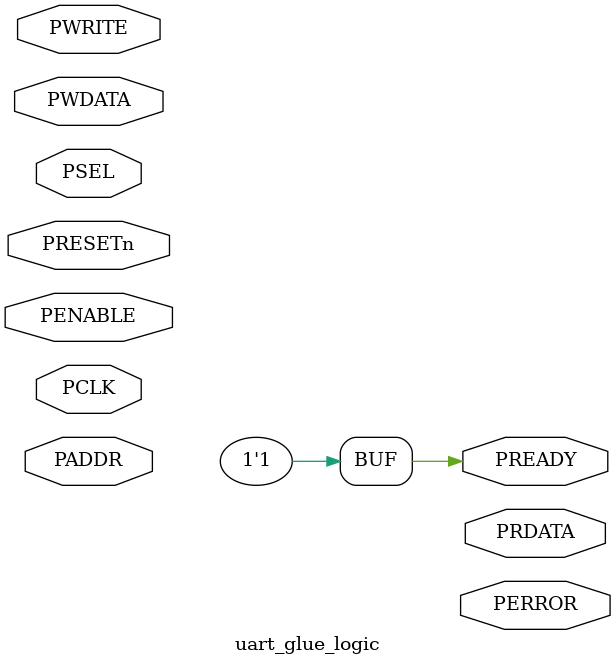
<source format=sv>
module uart_glue_logic (
		// Global signals 
		input logic PCLK,
		input logic PRESETn,

		// Address and Data signals from Master
		input logic PSEL,
		input logic PENABLE,
		input logic PWRITE,
		input logic [7:0] PADDR,
		input logic [7:0] PWDATA,

		// Output signals from UART to master
		output logic [7:0] PRDATA,
		output logic PREADY,
		output logic PERROR
	);


	// This is a no wait state design, so UART is always in ready mode
	assign PREADY = 1'b1;




endmodule

</source>
